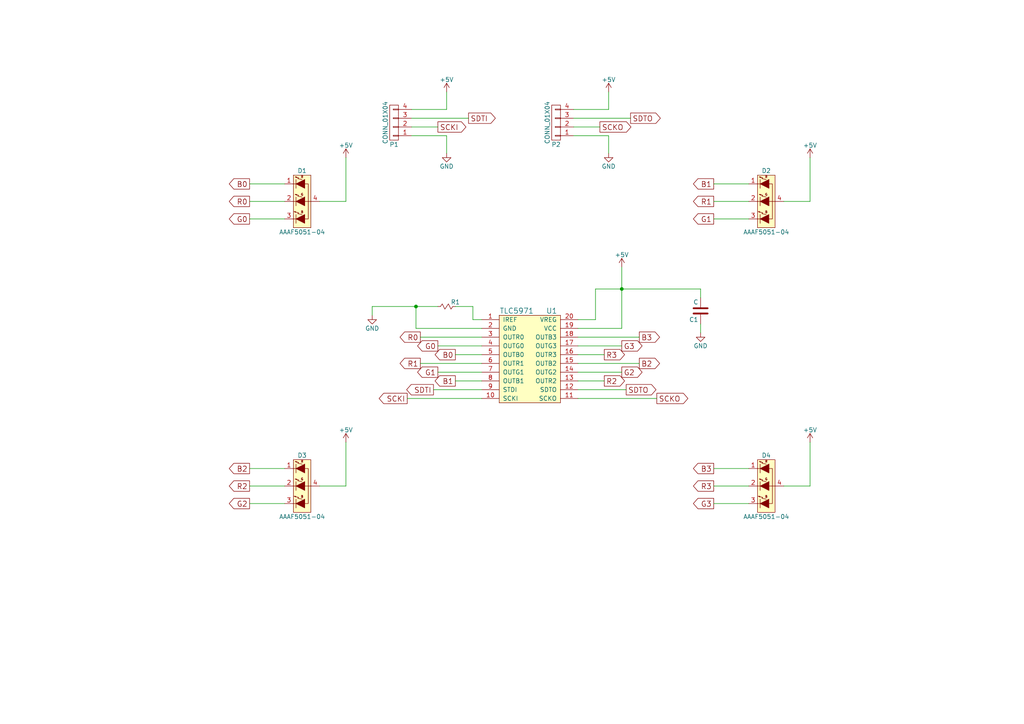
<source format=kicad_sch>
(kicad_sch (version 20230121) (generator eeschema)
  (paper "A4")
  (lib_symbols
    (symbol "Gigalux-rescue:+5V" (power) (pin_names (offset 0))
      (property "Value" "+5V" (at 0 3.556 0))
      (symbol "+5V_0_1"
        (polyline (pts (xy -0.762 1.27) (xy 0 2.54)))
        (polyline (pts (xy 0 0) (xy 0 2.54)))
        (polyline (pts (xy 0 2.54) (xy 0.762 1.27)))
      )
      (symbol "+5V_1_1"
        (pin power_in line (at 0 0 90) (length 0) hide (name "+5V") (number "1"))
      )
    )
    (symbol "Gigalux-rescue:AAAF5051-04" (pin_names (offset 1.27) hide)
      (property "Reference" "D" (at 0 8.89 0))
      (property "Value" "AAAF5051-04" (at 0 -8.89 0))
      (symbol "AAAF5051-04_0_0"
        (text "B" (at 0 -3.048 0) (effects (font (size 0.635 0.635))))
        (text "G" (at 0 2.032 0) (effects (font (size 0.635 0.635))))
        (text "R" (at 0 7.112 0) (effects (font (size 0.635 0.635))))
      )
      (symbol "AAAF5051-04_0_1"
        (polyline (pts (xy -1.778 -5.08) (xy -2.54 -5.08)))
        (polyline (pts (xy -1.778 -3.81) (xy -1.778 -6.35)))
        (polyline (pts (xy -1.778 0) (xy -2.54 0)))
        (polyline (pts (xy -1.778 5.08) (xy -2.54 5.08)))
        (polyline (pts (xy 2.54 0) (xy 0.762 0)))
        (polyline (pts (xy -1.778 1.27) (xy -1.778 -1.27) (xy -1.778 -1.27)))
        (polyline (pts (xy -1.778 6.35) (xy -1.778 3.81) (xy -1.778 3.81)))
        (polyline (pts (xy -1.8542 -2.9464) (xy -2.3622 -2.9464) (xy -1.8542 -3.2004) (xy -1.8542 -3.2004)))
        (polyline (pts (xy -1.524 2.032) (xy -2.032 2.032) (xy -1.524 1.778) (xy -1.524 1.778)))
        (polyline (pts (xy -1.524 7.112) (xy -2.032 7.112) (xy -1.524 6.858) (xy -1.524 6.858)))
        (polyline (pts (xy 0.762 5.08) (xy 1.778 5.08) (xy 1.778 -5.08) (xy 0.762 -5.08)))
        (polyline (pts (xy 0 -3.81) (xy -1.27 -3.556) (xy -1.016 -3.302) (xy -2.032 -3.048) (xy -2.032 -3.048)))
        (polyline (pts (xy 0.762 -3.81) (xy 0.762 -6.35) (xy -1.778 -5.08) (xy 0.762 -3.81) (xy 0.762 -3.81)) (fill (type outline)))
        (polyline (pts (xy 0 1.27) (xy -1.27 1.524) (xy -1.016 1.778) (xy -2.032 2.032) (xy -2.032 2.032) (xy -2.032 2.032)))
        (polyline (pts (xy 0 6.35) (xy -1.27 6.604) (xy -1.016 6.858) (xy -2.032 7.112) (xy -2.032 7.112) (xy -2.032 7.112)))
        (polyline (pts (xy 0.762 1.27) (xy 0.762 -1.27) (xy -1.778 0) (xy 0.762 1.27) (xy 0.762 1.27) (xy 0.762 1.27)) (fill (type outline)))
        (polyline (pts (xy 0.762 6.35) (xy 0.762 3.81) (xy -1.778 5.08) (xy 0.762 6.35) (xy 0.762 6.35) (xy 0.762 6.35)) (fill (type outline)))
        (rectangle (start 0.762 -1.27) (end 0.762 1.27))
        (rectangle (start 0.762 1.27) (end 0.762 1.27))
        (rectangle (start 0.762 3.81) (end 0.762 6.35))
        (rectangle (start 0.762 6.35) (end 0.762 6.35))
        (rectangle (start 2.54 7.62) (end -2.54 -7.62) (fill (type background)))
      )
      (symbol "AAAF5051-04_1_1"
        (pin passive line (at -5.08 5.08 0) (length 2.54) (name "R") (number "1"))
        (pin passive line (at -5.08 0 0) (length 2.54) (name "G") (number "2"))
        (pin passive line (at -5.08 -5.08 0) (length 2.54) (name "B") (number "3"))
        (pin passive line (at 5.08 0 180) (length 2.54) (name "~") (number "4"))
      )
    )
    (symbol "Gigalux-rescue:C" (pin_numbers hide) (pin_names (offset 0.254))
      (property "Reference" "C" (at 0.635 2.54 0))
      (property "Value" "C" (at 0.635 -2.54 0))
      (symbol "C_0_1"
        (polyline (pts (xy -2.032 -0.762) (xy 2.032 -0.762)) (stroke (width 0.508)))
        (polyline (pts (xy -2.032 0.762) (xy 2.032 0.762)) (stroke (width 0.508)))
      )
      (symbol "C_1_1"
        (pin passive line (at 0 3.81 270) (length 2.794) (name "~") (number "1"))
        (pin passive line (at 0 -3.81 90) (length 2.794) (name "~") (number "2"))
      )
    )
    (symbol "Gigalux-rescue:CONN_01X04" (pin_names (offset 1.016) hide)
      (property "Reference" "P" (at 0 6.35 0))
      (property "Value" "CONN_01X04" (at 2.54 0 90))
      (symbol "CONN_01X04_0_1"
        (rectangle (start -1.27 -3.683) (end 0.254 -3.937))
        (rectangle (start -1.27 -1.143) (end 0.254 -1.397))
        (rectangle (start -1.27 1.397) (end 0.254 1.143))
        (rectangle (start -1.27 3.937) (end 0.254 3.683))
        (rectangle (start -1.27 5.08) (end 1.27 -5.08))
      )
      (symbol "CONN_01X04_1_1"
        (pin passive line (at -5.08 3.81 0) (length 3.81) (name "P1") (number "1"))
        (pin passive line (at -5.08 1.27 0) (length 3.81) (name "P2") (number "2"))
        (pin passive line (at -5.08 -1.27 0) (length 3.81) (name "P3") (number "3"))
        (pin passive line (at -5.08 -3.81 0) (length 3.81) (name "P4") (number "4"))
      )
    )
    (symbol "Gigalux-rescue:GND" (power) (pin_names (offset 0))
      (property "Value" "GND" (at 0 -3.81 0))
      (symbol "GND_0_1"
        (polyline (pts (xy 0 0) (xy 0 -1.27) (xy 1.27 -1.27) (xy 0 -2.54) (xy -1.27 -1.27) (xy 0 -1.27)))
      )
      (symbol "GND_1_1"
        (pin power_in line (at 0 0 270) (length 0) hide (name "GND") (number "1"))
      )
    )
    (symbol "Gigalux-rescue:Resistor" (pin_numbers hide) (pin_names (offset 0))
      (property "Reference" "R" (at 2.54 -1.27 90))
      (symbol "Resistor_0_1"
        (polyline (pts (xy 0 1.778) (xy 0.762 1.27) (xy -0.762 0.508) (xy 0.762 -0.508) (xy -0.762 -1.27) (xy 0 -1.778)) (stroke (width 0.1524)))
      )
      (symbol "Resistor_1_1"
        (pin passive line (at 0 2.54 270) (length 0.7112) (name "~") (number "1"))
        (pin passive line (at 0 -2.54 90) (length 0.7112) (name "~") (number "2"))
      )
    )
    (symbol "Gigalux-rescue:TLC5971" (pin_names (offset 1.016))
      (property "Reference" "U" (at 6.35 11.43 0))
      (property "Value" "TLC5971" (at -3.81 11.43 0))
      (symbol "TLC5971_0_1"
        (rectangle (start -8.89 10.16) (end 8.89 -15.24) (fill (type background)))
      )
      (symbol "TLC5971_1_1"
        (pin input line (at -13.97 8.89 0) (length 5.08) (name "IREF") (number "1"))
        (pin input line (at -13.97 -13.97 0) (length 5.08) (name "SCKI") (number "10"))
        (pin input line (at 13.97 -13.97 180) (length 5.08) (name "SCKO") (number "11"))
        (pin input line (at 13.97 -11.43 180) (length 5.08) (name "SDTO") (number "12"))
        (pin input line (at 13.97 -8.89 180) (length 5.08) (name "OUTR2") (number "13"))
        (pin input line (at 13.97 -6.35 180) (length 5.08) (name "OUTG2") (number "14"))
        (pin input line (at 13.97 -3.81 180) (length 5.08) (name "OUTB2") (number "15"))
        (pin input line (at 13.97 -1.27 180) (length 5.08) (name "OUTR3") (number "16"))
        (pin input line (at 13.97 1.27 180) (length 5.08) (name "OUTG3") (number "17"))
        (pin input line (at 13.97 3.81 180) (length 5.08) (name "OUTB3") (number "18"))
        (pin input line (at 13.97 6.35 180) (length 5.08) (name "VCC") (number "19"))
        (pin input line (at -13.97 6.35 0) (length 5.08) (name "GND") (number "2"))
        (pin input line (at 13.97 8.89 180) (length 5.08) (name "VREG") (number "20"))
        (pin input line (at -13.97 3.81 0) (length 5.08) (name "OUTR0") (number "3"))
        (pin input line (at -13.97 1.27 0) (length 5.08) (name "OUTG0") (number "4"))
        (pin input line (at -13.97 -1.27 0) (length 5.08) (name "OUTB0") (number "5"))
        (pin input line (at -13.97 -3.81 0) (length 5.08) (name "OUTR1") (number "6"))
        (pin input line (at -13.97 -6.35 0) (length 5.08) (name "OUTG1") (number "7"))
        (pin input line (at -13.97 -8.89 0) (length 5.08) (name "OUTB1") (number "8"))
        (pin input line (at -13.97 -11.43 0) (length 5.08) (name "STDI") (number "9"))
      )
    )
  )
  (junction (at 120.65 88.9))
  (junction (at 180.34 83.82))
  (wire (pts (xy 227.33 58.42) (xy 234.95 58.42)))
  (wire (pts (xy 217.17 63.5) (xy 207.01 63.5)))
  (wire (pts (xy 227.33 140.97) (xy 234.95 140.97)))
  (wire (pts (xy 167.64 100.33) (xy 180.34 100.33)))
  (wire (pts (xy 167.64 110.49) (xy 175.26 110.49)))
  (wire (pts (xy 107.95 88.9) (xy 120.65 88.9)))
  (wire (pts (xy 180.34 77.47) (xy 180.34 83.82)))
  (wire (pts (xy 82.55 63.5) (xy 72.39 63.5)))
  (wire (pts (xy 129.54 31.75) (xy 129.54 26.67)))
  (wire (pts (xy 120.65 95.25) (xy 139.7 95.25)))
  (wire (pts (xy 121.92 97.79) (xy 139.7 97.79)))
  (wire (pts (xy 100.33 58.42) (xy 100.33 45.72)))
  (wire (pts (xy 119.38 34.29) (xy 135.89 34.29)))
  (wire (pts (xy 119.38 31.75) (xy 129.54 31.75)))
  (wire (pts (xy 176.53 31.75) (xy 176.53 26.67)))
  (wire (pts (xy 72.39 135.89) (xy 82.55 135.89)))
  (wire (pts (xy 121.92 105.41) (xy 139.7 105.41)))
  (wire (pts (xy 82.55 146.05) (xy 72.39 146.05)))
  (wire (pts (xy 139.7 102.87) (xy 132.08 102.87)))
  (wire (pts (xy 207.01 58.42) (xy 217.17 58.42)))
  (wire (pts (xy 167.64 115.57) (xy 190.5 115.57)))
  (wire (pts (xy 92.71 140.97) (xy 100.33 140.97)))
  (wire (pts (xy 217.17 146.05) (xy 207.01 146.05)))
  (wire (pts (xy 129.54 39.37) (xy 129.54 44.45)))
  (wire (pts (xy 139.7 110.49) (xy 132.08 110.49)))
  (wire (pts (xy 207.01 140.97) (xy 217.17 140.97)))
  (wire (pts (xy 72.39 58.42) (xy 82.55 58.42)))
  (wire (pts (xy 120.65 88.9) (xy 127 88.9)))
  (wire (pts (xy 176.53 39.37) (xy 176.53 44.45)))
  (wire (pts (xy 118.11 115.57) (xy 139.7 115.57)))
  (wire (pts (xy 207.01 53.34) (xy 217.17 53.34)))
  (wire (pts (xy 234.95 58.42) (xy 234.95 45.72)))
  (wire (pts (xy 172.72 92.71) (xy 172.72 83.82)))
  (wire (pts (xy 72.39 140.97) (xy 82.55 140.97)))
  (wire (pts (xy 167.64 102.87) (xy 175.26 102.87)))
  (wire (pts (xy 180.34 95.25) (xy 167.64 95.25)))
  (wire (pts (xy 137.16 92.71) (xy 139.7 92.71)))
  (wire (pts (xy 166.37 31.75) (xy 176.53 31.75)))
  (wire (pts (xy 119.38 36.83) (xy 127 36.83)))
  (wire (pts (xy 167.64 113.03) (xy 181.61 113.03)))
  (wire (pts (xy 119.38 39.37) (xy 129.54 39.37)))
  (wire (pts (xy 166.37 39.37) (xy 176.53 39.37)))
  (wire (pts (xy 166.37 36.83) (xy 173.99 36.83)))
  (wire (pts (xy 127 107.95) (xy 139.7 107.95)))
  (wire (pts (xy 92.71 58.42) (xy 100.33 58.42)))
  (wire (pts (xy 167.64 105.41) (xy 185.42 105.41)))
  (wire (pts (xy 120.65 88.9) (xy 120.65 95.25)))
  (wire (pts (xy 172.72 83.82) (xy 180.34 83.82)))
  (wire (pts (xy 132.08 88.9) (xy 137.16 88.9)))
  (wire (pts (xy 234.95 140.97) (xy 234.95 128.27)))
  (wire (pts (xy 167.64 92.71) (xy 172.72 92.71)))
  (wire (pts (xy 166.37 34.29) (xy 182.88 34.29)))
  (wire (pts (xy 127 100.33) (xy 139.7 100.33)))
  (wire (pts (xy 203.2 83.82) (xy 203.2 86.36)))
  (wire (pts (xy 100.33 140.97) (xy 100.33 128.27)))
  (wire (pts (xy 107.95 91.44) (xy 107.95 88.9)))
  (wire (pts (xy 207.01 135.89) (xy 217.17 135.89)))
  (wire (pts (xy 167.64 97.79) (xy 185.42 97.79)))
  (wire (pts (xy 180.34 83.82) (xy 203.2 83.82)))
  (wire (pts (xy 137.16 88.9) (xy 137.16 92.71)))
  (wire (pts (xy 72.39 53.34) (xy 82.55 53.34)))
  (wire (pts (xy 203.2 93.98) (xy 203.2 96.52)))
  (wire (pts (xy 180.34 83.82) (xy 180.34 95.25)))
  (wire (pts (xy 167.64 107.95) (xy 180.34 107.95)))
  (wire (pts (xy 125.73 113.03) (xy 139.7 113.03)))
  (global_label "SCKI" (shape output) (at 127 36.83 0) (effects (font (size 1.524 1.524))) (property "Intersheetrefs" "${INTERSHEET_REFS}" (effects hide)))
  (global_label "SDTO" (shape output) (at 181.61 113.03 0) (effects (font (size 1.524 1.524))) (property "Intersheetrefs" "${INTERSHEET_REFS}" (effects hide)))
  (global_label "G2" (shape output) (at 72.39 146.05 180) (effects (font (size 1.524 1.524))) (property "Intersheetrefs" "${INTERSHEET_REFS}" (effects hide)))
  (global_label "G0" (shape output) (at 127 100.33 180) (effects (font (size 1.524 1.524))) (property "Intersheetrefs" "${INTERSHEET_REFS}" (effects hide)))
  (global_label "R0" (shape output) (at 72.39 58.42 180) (effects (font (size 1.524 1.524))) (property "Intersheetrefs" "${INTERSHEET_REFS}" (effects hide)))
  (global_label "R2" (shape output) (at 72.39 140.97 180) (effects (font (size 1.524 1.524))) (property "Intersheetrefs" "${INTERSHEET_REFS}" (effects hide)))
  (global_label "B1" (shape output) (at 132.08 110.49 180) (effects (font (size 1.524 1.524))) (property "Intersheetrefs" "${INTERSHEET_REFS}" (effects hide)))
  (global_label "R1" (shape output) (at 121.92 105.41 180) (effects (font (size 1.524 1.524))) (property "Intersheetrefs" "${INTERSHEET_REFS}" (effects hide)))
  (global_label "SCKO" (shape output) (at 173.99 36.83 0) (effects (font (size 1.524 1.524))) (property "Intersheetrefs" "${INTERSHEET_REFS}" (effects hide)))
  (global_label "B0" (shape output) (at 132.08 102.87 180) (effects (font (size 1.524 1.524))) (property "Intersheetrefs" "${INTERSHEET_REFS}" (effects hide)))
  (global_label "G1" (shape output) (at 207.01 63.5 180) (effects (font (size 1.524 1.524))) (property "Intersheetrefs" "${INTERSHEET_REFS}" (effects hide)))
  (global_label "SDTO" (shape output) (at 182.88 34.29 0) (effects (font (size 1.524 1.524))) (property "Intersheetrefs" "${INTERSHEET_REFS}" (effects hide)))
  (global_label "R2" (shape output) (at 175.26 110.49 0) (effects (font (size 1.524 1.524))) (property "Intersheetrefs" "${INTERSHEET_REFS}" (effects hide)))
  (global_label "B3" (shape output) (at 207.01 135.89 180) (effects (font (size 1.524 1.524))) (property "Intersheetrefs" "${INTERSHEET_REFS}" (effects hide)))
  (global_label "SDTI" (shape output) (at 125.73 113.03 180) (effects (font (size 1.524 1.524))) (property "Intersheetrefs" "${INTERSHEET_REFS}" (effects hide)))
  (global_label "R3" (shape output) (at 175.26 102.87 0) (effects (font (size 1.524 1.524))) (property "Intersheetrefs" "${INTERSHEET_REFS}" (effects hide)))
  (global_label "R0" (shape output) (at 121.92 97.79 180) (effects (font (size 1.524 1.524))) (property "Intersheetrefs" "${INTERSHEET_REFS}" (effects hide)))
  (global_label "B0" (shape output) (at 72.39 53.34 180) (effects (font (size 1.524 1.524))) (property "Intersheetrefs" "${INTERSHEET_REFS}" (effects hide)))
  (global_label "B2" (shape output) (at 185.42 105.41 0) (effects (font (size 1.524 1.524))) (property "Intersheetrefs" "${INTERSHEET_REFS}" (effects hide)))
  (global_label "G2" (shape output) (at 180.34 107.95 0) (effects (font (size 1.524 1.524))) (property "Intersheetrefs" "${INTERSHEET_REFS}" (effects hide)))
  (global_label "B2" (shape output) (at 72.39 135.89 180) (effects (font (size 1.524 1.524))) (property "Intersheetrefs" "${INTERSHEET_REFS}" (effects hide)))
  (global_label "R3" (shape output) (at 207.01 140.97 180) (effects (font (size 1.524 1.524))) (property "Intersheetrefs" "${INTERSHEET_REFS}" (effects hide)))
  (global_label "SCKI" (shape output) (at 118.11 115.57 180) (effects (font (size 1.524 1.524))) (property "Intersheetrefs" "${INTERSHEET_REFS}" (effects hide)))
  (global_label "G1" (shape output) (at 127 107.95 180) (effects (font (size 1.524 1.524))) (property "Intersheetrefs" "${INTERSHEET_REFS}" (effects hide)))
  (global_label "G3" (shape output) (at 207.01 146.05 180) (effects (font (size 1.524 1.524))) (property "Intersheetrefs" "${INTERSHEET_REFS}" (effects hide)))
  (global_label "G3" (shape output) (at 180.34 100.33 0) (effects (font (size 1.524 1.524))) (property "Intersheetrefs" "${INTERSHEET_REFS}" (effects hide)))
  (global_label "SDTI" (shape output) (at 135.89 34.29 0) (effects (font (size 1.524 1.524))) (property "Intersheetrefs" "${INTERSHEET_REFS}" (effects hide)))
  (global_label "R1" (shape output) (at 207.01 58.42 180) (effects (font (size 1.524 1.524))) (property "Intersheetrefs" "${INTERSHEET_REFS}" (effects hide)))
  (global_label "B3" (shape output) (at 185.42 97.79 0) (effects (font (size 1.524 1.524))) (property "Intersheetrefs" "${INTERSHEET_REFS}" (effects hide)))
  (global_label "G0" (shape output) (at 72.39 63.5 180) (effects (font (size 1.524 1.524))) (property "Intersheetrefs" "${INTERSHEET_REFS}" (effects hide)))
  (global_label "SCKO" (shape output) (at 190.5 115.57 0) (effects (font (size 1.524 1.524))) (property "Intersheetrefs" "${INTERSHEET_REFS}" (effects hide)))
  (global_label "B1" (shape output) (at 207.01 53.34 180) (effects (font (size 1.524 1.524))) (property "Intersheetrefs" "${INTERSHEET_REFS}" (effects hide)))
  (symbol (lib_id "Gigalux-rescue:TLC5971") (at 153.67 101.6 0) (unit 1)
    (property "Reference" "U1" (at 160.02 90.17 0) (effects (font (size 1.524 1.524))))
    (property "Value" "TLC5971" (at 149.86 90.17 0) (effects (font (size 1.524 1.524))))
    (property "Footprint" "Zetaohm:TLC59711" (effects hide))
  )
  (symbol (lib_id "Gigalux-rescue:+5V") (at 100.33 45.72 0) (unit 1)
    (property "Reference" "#PWR01" (effects hide))
    (property "Value" "+5V" (at 100.33 42.164 0))
  )
  (symbol (lib_id "Gigalux-rescue:+5V") (at 180.34 77.47 0) (unit 1)
    (property "Reference" "#PWR02" (effects hide))
    (property "Value" "+5V" (at 180.34 73.914 0))
  )
  (symbol (lib_id "Gigalux-rescue:AAAF5051-04") (at 87.63 58.42 0) (unit 1)
    (property "Reference" "D1" (at 87.63 49.53 0))
    (property "Value" "AAAF5051-04" (at 87.63 67.31 0))
    (property "Footprint" "Zetaohm:AAAF5051-04" (effects hide))
  )
  (symbol (lib_id "Gigalux-rescue:GND") (at 107.95 91.44 0) (unit 1)
    (property "Reference" "#PWR03" (effects hide))
    (property "Value" "GND" (at 107.95 95.25 0))
  )
  (symbol (lib_id "Gigalux-rescue:Resistor") (at 129.54 88.9 270) (unit 1)
    (property "Reference" "R1" (at 132.08 87.63 90))
    (property "Value" "Resistor" (effects hide))
    (property "Footprint" "Capacitors_SMD:C_0805_HandSoldering" (effects hide))
  )
  (symbol (lib_id "Gigalux-rescue:+5V") (at 234.95 45.72 0) (unit 1)
    (property "Reference" "#PWR04" (effects hide))
    (property "Value" "+5V" (at 234.95 42.164 0))
  )
  (symbol (lib_id "Gigalux-rescue:AAAF5051-04") (at 222.25 58.42 0) (unit 1)
    (property "Reference" "D2" (at 222.25 49.53 0))
    (property "Value" "AAAF5051-04" (at 222.25 67.31 0))
    (property "Footprint" "Zetaohm:AAAF5051-04" (effects hide))
  )
  (symbol (lib_id "Gigalux-rescue:+5V") (at 100.33 128.27 0) (unit 1)
    (property "Reference" "#PWR05" (effects hide))
    (property "Value" "+5V" (at 100.33 124.714 0))
  )
  (symbol (lib_id "Gigalux-rescue:AAAF5051-04") (at 87.63 140.97 0) (unit 1)
    (property "Reference" "D3" (at 87.63 132.08 0))
    (property "Value" "AAAF5051-04" (at 87.63 149.86 0))
    (property "Footprint" "Zetaohm:AAAF5051-04" (effects hide))
  )
  (symbol (lib_id "Gigalux-rescue:+5V") (at 234.95 128.27 0) (unit 1)
    (property "Reference" "#PWR06" (effects hide))
    (property "Value" "+5V" (at 234.95 124.714 0))
  )
  (symbol (lib_id "Gigalux-rescue:AAAF5051-04") (at 222.25 140.97 0) (unit 1)
    (property "Reference" "D4" (at 222.25 132.08 0))
    (property "Value" "AAAF5051-04" (at 222.25 149.86 0))
    (property "Footprint" "Zetaohm:AAAF5051-04" (effects hide))
  )
  (symbol (lib_id "Gigalux-rescue:C") (at 203.2 90.17 180) (unit 1)
    (property "Reference" "C1" (at 202.565 92.71 0) (effects (justify left)))
    (property "Value" "C" (at 202.565 87.63 0) (effects (justify left)))
    (property "Footprint" "Capacitors_SMD:C_0805_HandSoldering" (effects hide))
  )
  (symbol (lib_id "Gigalux-rescue:GND") (at 203.2 96.52 0) (unit 1)
    (property "Reference" "#PWR07" (effects hide))
    (property "Value" "GND" (at 203.2 100.33 0))
  )
  (symbol (lib_id "Gigalux-rescue:CONN_01X04") (at 161.29 35.56 180) (unit 1)
    (property "Reference" "P2" (at 161.29 41.91 0))
    (property "Value" "CONN_01X04" (at 158.75 35.56 90))
    (property "Footprint" "Zetaohm:KK396-4Pin" (effects hide))
  )
  (symbol (lib_id "Gigalux-rescue:GND") (at 176.53 44.45 0) (unit 1)
    (property "Reference" "#PWR08" (effects hide))
    (property "Value" "GND" (at 176.53 48.26 0))
  )
  (symbol (lib_id "Gigalux-rescue:+5V") (at 176.53 26.67 0) (unit 1)
    (property "Reference" "#PWR09" (effects hide))
    (property "Value" "+5V" (at 176.53 23.114 0))
  )
  (symbol (lib_id "Gigalux-rescue:CONN_01X04") (at 114.3 35.56 180) (unit 1)
    (property "Reference" "P1" (at 114.3 41.91 0))
    (property "Value" "CONN_01X04" (at 111.76 35.56 90))
    (property "Footprint" "Zetaohm:KK396-4Pin" (effects hide))
  )
  (symbol (lib_id "Gigalux-rescue:GND") (at 129.54 44.45 0) (unit 1)
    (property "Reference" "#PWR010" (effects hide))
    (property "Value" "GND" (at 129.54 48.26 0))
  )
  (symbol (lib_id "Gigalux-rescue:+5V") (at 129.54 26.67 0) (unit 1)
    (property "Reference" "#PWR011" (effects hide))
    (property "Value" "+5V" (at 129.54 23.114 0))
  )
)
</source>
